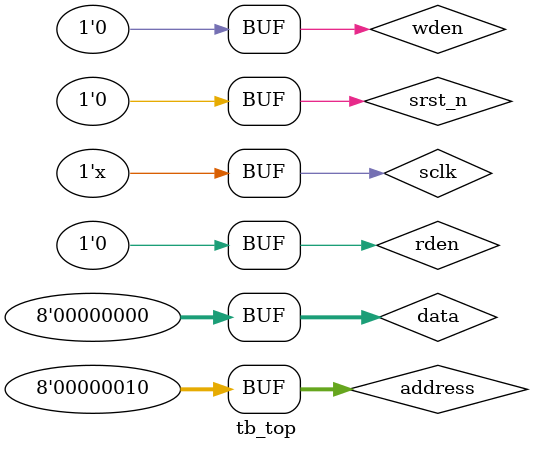
<source format=v>

`timescale 10ns / 10ns
module tb_top ();
	/////////////////////////////////////////////
	// parameter and signals
	/////////////////////////////////////////////
	// parameter

	// regs or wires
	reg sclk = 0;
	reg srst_n = 0;

	reg [7:0] address;
	reg [7:0] data;
	reg 	  rden,wden;
	wire [7:0] q;
	/////////////////////////////////////////////
	// main code
	/////////////////////////////////////////////
	// System clock
	always #10 sclk = ~sclk;

	//inital
	initial begin
		#0
			rden = 0;
		wden = 0;
		#30
			wden = 1;
		#40
			wden = 0;
		#20
			rden = 1;
		#40
			rden = 0;
	end

	initial begin
		#0
			address = 0;
		data = 0;
		#30
			address = 1;
		data = 1;
		#20
			address = 2;
		data = 0;
		#20
			address = 0;
		#20
			address = 1;
		#20
			address = 2;
	end

	// models
	ram	ram_inst (
			  .address ( address ),
			  .clock ( sclk ),
			  .data ( data ),
			  .rden ( rden ),
			  .wren ( wden ),
			  .q ( q )
			  );


	/////////////////////////////////////////////
	// code end
	/////////////////////////////////////////////
endmodule

</source>
